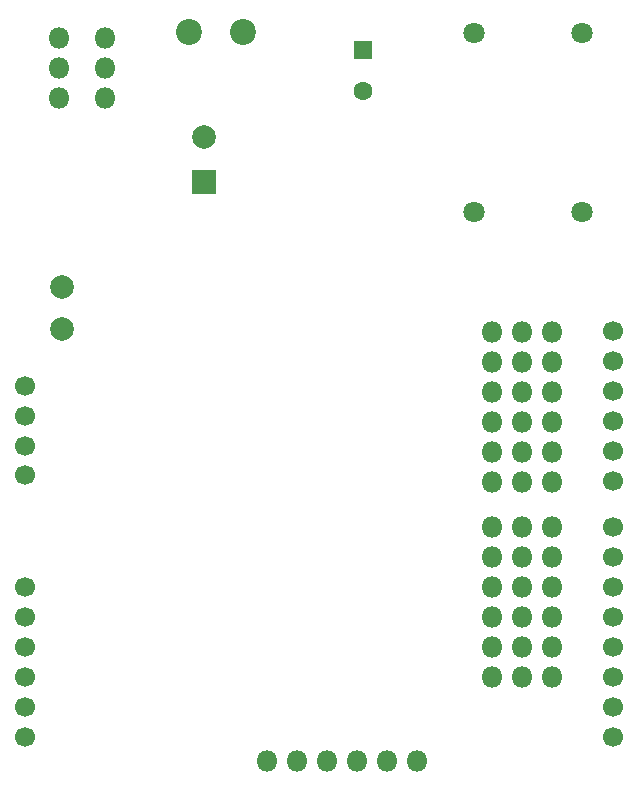
<source format=gbr>
G04 #@! TF.GenerationSoftware,KiCad,Pcbnew,(5.1.5)-3*
G04 #@! TF.CreationDate,2020-03-10T10:04:20+01:00*
G04 #@! TF.ProjectId,FPGA,46504741-2e6b-4696-9361-645f70636258,rev?*
G04 #@! TF.SameCoordinates,Original*
G04 #@! TF.FileFunction,Copper,L1,Top*
G04 #@! TF.FilePolarity,Positive*
%FSLAX46Y46*%
G04 Gerber Fmt 4.6, Leading zero omitted, Abs format (unit mm)*
G04 Created by KiCad (PCBNEW (5.1.5)-3) date 2020-03-10 10:04:20*
%MOMM*%
%LPD*%
G04 APERTURE LIST*
%ADD10C,1.700000*%
%ADD11O,1.800000X1.800000*%
%ADD12C,2.000000*%
%ADD13R,2.000000X2.000000*%
%ADD14C,2.200000*%
%ADD15C,1.600000*%
%ADD16R,1.600000X1.600000*%
%ADD17C,1.800000*%
G04 APERTURE END LIST*
D10*
X147421600Y-64235800D03*
X147421600Y-66775800D03*
X147421600Y-69316600D03*
X147421600Y-71856600D03*
X147421600Y-74396600D03*
X147421600Y-76935800D03*
X147421600Y-80822800D03*
X147421600Y-83362800D03*
X147421600Y-85902800D03*
X147421600Y-88442800D03*
X147421600Y-90982800D03*
X147421600Y-93522800D03*
X147421600Y-96062800D03*
X147421600Y-98602800D03*
X97637600Y-68834000D03*
X97637600Y-71374000D03*
X97637600Y-73914000D03*
X97637600Y-76403200D03*
X97637600Y-85902800D03*
X97637600Y-88392000D03*
X97637600Y-90932000D03*
X97637600Y-93522800D03*
X97637600Y-96012000D03*
X97637600Y-98602800D03*
D11*
X142240000Y-64262000D03*
X142240000Y-66802000D03*
X142240000Y-69342000D03*
X142240000Y-71882000D03*
X142240000Y-74422000D03*
X142240000Y-76962000D03*
D12*
X112776000Y-47762000D03*
D13*
X112776000Y-51562000D03*
D14*
X116078000Y-38862000D03*
X111506000Y-38862000D03*
D12*
X100736400Y-64033400D03*
X100736400Y-60452000D03*
D15*
X126238000Y-43886000D03*
D16*
X126238000Y-40386000D03*
D11*
X100457000Y-39370000D03*
X100457000Y-41910000D03*
X100457000Y-44450000D03*
X104394000Y-44450000D03*
X104394000Y-41910000D03*
X104394000Y-39370000D03*
D17*
X144780000Y-54102000D03*
X135636000Y-54102000D03*
X135636000Y-38989000D03*
X144780000Y-38989000D03*
D11*
X142240000Y-93472000D03*
X142240000Y-90932000D03*
X142240000Y-88392000D03*
X142240000Y-85852000D03*
X142240000Y-83312000D03*
X142240000Y-80772000D03*
X139700000Y-76962000D03*
X139700000Y-74422000D03*
X139700000Y-71882000D03*
X139700000Y-69342000D03*
X139700000Y-66802000D03*
X139700000Y-64262000D03*
X139700000Y-80772000D03*
X139700000Y-83312000D03*
X139700000Y-85852000D03*
X139700000Y-88392000D03*
X139700000Y-90932000D03*
X139700000Y-93472000D03*
X137160000Y-76962000D03*
X137160000Y-74422000D03*
X137160000Y-71882000D03*
X137160000Y-69342000D03*
X137160000Y-66802000D03*
X137160000Y-64262000D03*
X137160000Y-80772000D03*
X137160000Y-83312000D03*
X137160000Y-85852000D03*
X137160000Y-88392000D03*
X137160000Y-90932000D03*
X137160000Y-93472000D03*
X130810000Y-100584000D03*
X128270000Y-100584000D03*
X125730000Y-100584000D03*
X123190000Y-100584000D03*
X120650000Y-100584000D03*
X118110000Y-100584000D03*
M02*

</source>
